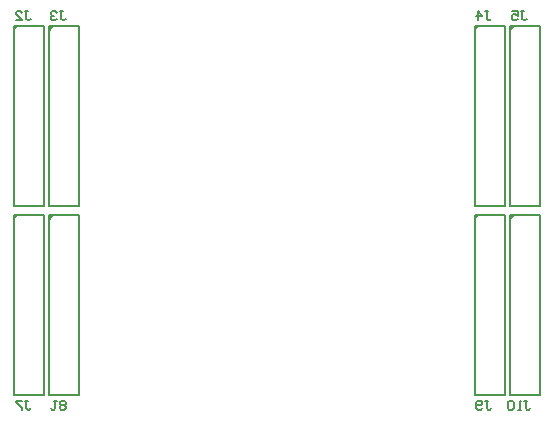
<source format=gbo>
G04*
G04 #@! TF.GenerationSoftware,Altium Limited,Altium Designer,24.5.2 (23)*
G04*
G04 Layer_Color=32896*
%FSLAX25Y25*%
%MOIN*%
G70*
G04*
G04 #@! TF.SameCoordinates,D9AB97F9-1AC5-4164-BAAC-020872C2D9A0*
G04*
G04*
G04 #@! TF.FilePolarity,Positive*
G04*
G01*
G75*
%ADD10C,0.00500*%
%ADD12C,0.00197*%
%ADD14C,0.00799*%
%ADD15C,0.00800*%
D10*
X191850Y68425D02*
Y128425D01*
X201850Y68425D02*
Y128425D01*
X191850D02*
X201850D01*
X191850Y68425D02*
X201850D01*
X191850Y131417D02*
Y191417D01*
X201850Y131417D02*
Y191417D01*
X191850D02*
X201850D01*
X191850Y131417D02*
X201850D01*
X180039D02*
Y191417D01*
X190039Y131417D02*
Y191417D01*
X180039D02*
X190039D01*
X180039Y131417D02*
X190039D01*
X180039Y68425D02*
Y128425D01*
X190039Y68425D02*
Y128425D01*
X180039D02*
X190039D01*
X180039Y68425D02*
X190039D01*
X38307D02*
Y128425D01*
X48307Y68425D02*
Y128425D01*
X38307D02*
X48307D01*
X38307Y68425D02*
X48307D01*
X38307Y131417D02*
Y191417D01*
X48307Y131417D02*
Y191417D01*
X38307D02*
X48307D01*
X38307Y131417D02*
X48307D01*
X26496D02*
Y191417D01*
X36496Y131417D02*
Y191417D01*
X26496D02*
X36496D01*
X26496Y131417D02*
X36496D01*
X26496Y68425D02*
Y128425D01*
X36496Y68425D02*
Y128425D01*
X26496D02*
X36496D01*
X26496Y68425D02*
X36496D01*
D12*
X191960Y127992D02*
X192238Y128270D01*
X192415D01*
X191985Y127839D02*
X192415Y128270D01*
X191985Y127688D02*
Y127839D01*
Y127688D02*
X192542Y128245D01*
X192656D01*
X192023Y127611D02*
X192656Y128245D01*
X192023Y127447D02*
Y127611D01*
Y127447D02*
X192884Y128308D01*
X193024D01*
X191998Y127282D02*
X193024Y128308D01*
X191998Y127042D02*
Y127282D01*
X191960Y190984D02*
X192238Y191262D01*
X192415D01*
X191985Y190831D02*
X192415Y191262D01*
X191985Y190680D02*
Y190831D01*
Y190680D02*
X192542Y191237D01*
X192656D01*
X192023Y190604D02*
X192656Y191237D01*
X192023Y190439D02*
Y190604D01*
Y190439D02*
X192884Y191300D01*
X193024D01*
X191998Y190274D02*
X193024Y191300D01*
X191998Y190034D02*
Y190274D01*
X180149Y190984D02*
X180427Y191262D01*
X180605D01*
X180174Y190831D02*
X180605Y191262D01*
X180174Y190680D02*
Y190831D01*
Y190680D02*
X180731Y191237D01*
X180845D01*
X180212Y190604D02*
X180845Y191237D01*
X180212Y190439D02*
Y190604D01*
Y190439D02*
X181073Y191300D01*
X181212D01*
X180187Y190274D02*
X181212Y191300D01*
X180187Y190034D02*
Y190274D01*
X180149Y127992D02*
X180427Y128270D01*
X180605D01*
X180174Y127839D02*
X180605Y128270D01*
X180174Y127688D02*
Y127839D01*
Y127688D02*
X180731Y128245D01*
X180845D01*
X180212Y127611D02*
X180845Y128245D01*
X180212Y127447D02*
Y127611D01*
Y127447D02*
X181073Y128308D01*
X181212D01*
X180187Y127282D02*
X181212Y128308D01*
X180187Y127042D02*
Y127282D01*
X38416Y127992D02*
X38695Y128270D01*
X38872D01*
X38442Y127839D02*
X38872Y128270D01*
X38442Y127688D02*
Y127839D01*
Y127688D02*
X38999Y128245D01*
X39113D01*
X38480Y127611D02*
X39113Y128245D01*
X38480Y127447D02*
Y127611D01*
Y127447D02*
X39341Y128308D01*
X39480D01*
X38454Y127282D02*
X39480Y128308D01*
X38454Y127042D02*
Y127282D01*
X38416Y190984D02*
X38695Y191262D01*
X38872D01*
X38442Y190831D02*
X38872Y191262D01*
X38442Y190680D02*
Y190831D01*
Y190680D02*
X38999Y191237D01*
X39113D01*
X38480Y190604D02*
X39113Y191237D01*
X38480Y190439D02*
Y190604D01*
Y190439D02*
X39341Y191300D01*
X39480D01*
X38454Y190274D02*
X39480Y191300D01*
X38454Y190034D02*
Y190274D01*
X26605Y190984D02*
X26884Y191262D01*
X27061D01*
X26630Y190831D02*
X27061Y191262D01*
X26630Y190680D02*
Y190831D01*
Y190680D02*
X27188Y191237D01*
X27302D01*
X26669Y190604D02*
X27302Y191237D01*
X26669Y190439D02*
Y190604D01*
Y190439D02*
X27530Y191300D01*
X27669D01*
X26643Y190274D02*
X27669Y191300D01*
X26643Y190034D02*
Y190274D01*
X26605Y127992D02*
X26884Y128270D01*
X27061D01*
X26630Y127839D02*
X27061Y128270D01*
X26630Y127688D02*
Y127839D01*
Y127688D02*
X27188Y128245D01*
X27302D01*
X26669Y127611D02*
X27302Y128245D01*
X26669Y127447D02*
Y127611D01*
Y127447D02*
X27530Y128308D01*
X27669D01*
X26643Y127282D02*
X27669Y128308D01*
X26643Y127042D02*
Y127282D01*
D14*
X30027Y66460D02*
X31027D01*
X30527D01*
Y63961D01*
X31027Y63461D01*
X31527D01*
X32027Y63961D01*
X29028Y66460D02*
X27028D01*
Y65960D01*
X29028Y63961D01*
Y63461D01*
D15*
X196631Y66460D02*
X197631D01*
X197131D01*
Y63961D01*
X197631Y63461D01*
X198131D01*
X198631Y63961D01*
X195632Y63461D02*
X194632D01*
X195132D01*
Y66460D01*
X195632Y65960D01*
X193132D02*
X192633Y66460D01*
X191633D01*
X191133Y65960D01*
Y63961D01*
X191633Y63461D01*
X192633D01*
X193132Y63961D01*
Y65960D01*
X195382Y196381D02*
X196381D01*
X195882D01*
Y193882D01*
X196381Y193382D01*
X196881D01*
X197381Y193882D01*
X192383Y196381D02*
X194382D01*
Y194882D01*
X193382Y195382D01*
X192883D01*
X192383Y194882D01*
Y193882D01*
X192883Y193382D01*
X193882D01*
X194382Y193882D01*
X183571Y196381D02*
X184570D01*
X184071D01*
Y193882D01*
X184570Y193382D01*
X185070D01*
X185570Y193882D01*
X181071Y193382D02*
Y196381D01*
X182571Y194882D01*
X180572D01*
X183571Y66460D02*
X184570D01*
X184071D01*
Y63961D01*
X184570Y63461D01*
X185070D01*
X185570Y63961D01*
X182571D02*
X182071Y63461D01*
X181071D01*
X180572Y63961D01*
Y65960D01*
X181071Y66460D01*
X182071D01*
X182571Y65960D01*
Y65460D01*
X182071Y64961D01*
X180572D01*
X40839Y66460D02*
X39839D01*
X40339D01*
Y63961D01*
X39839Y63461D01*
X39339D01*
X38839Y63961D01*
X41838Y65960D02*
X42338Y66460D01*
X43338D01*
X43838Y65960D01*
Y65460D01*
X43338Y64961D01*
X43838Y64461D01*
Y63961D01*
X43338Y63461D01*
X42338D01*
X41838Y63961D01*
Y64461D01*
X42338Y64961D01*
X41838Y65460D01*
Y65960D01*
X42338Y64961D02*
X43338D01*
X41838Y196381D02*
X42838D01*
X42338D01*
Y193882D01*
X42838Y193382D01*
X43338D01*
X43838Y193882D01*
X40839Y195882D02*
X40339Y196381D01*
X39339D01*
X38839Y195882D01*
Y195382D01*
X39339Y194882D01*
X39839D01*
X39339D01*
X38839Y194382D01*
Y193882D01*
X39339Y193382D01*
X40339D01*
X40839Y193882D01*
X30027Y196381D02*
X31027D01*
X30527D01*
Y193882D01*
X31027Y193382D01*
X31527D01*
X32027Y193882D01*
X27028Y193382D02*
X29028D01*
X27028Y195382D01*
Y195882D01*
X27528Y196381D01*
X28528D01*
X29028Y195882D01*
M02*

</source>
